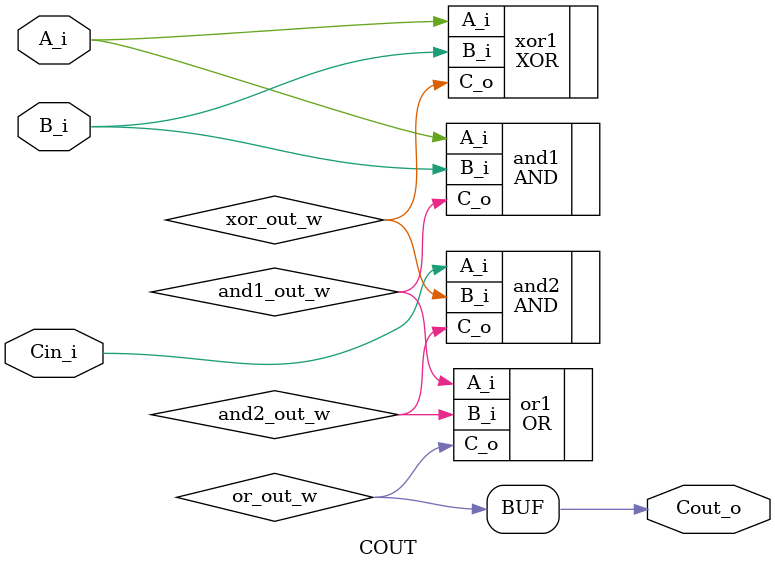
<source format=v>
`timescale 1ns/1ps

module COUT
(
	input wire A_i,
	input wire B_i,
	input wire Cin_i,
	output wire Cout_o
);
	wire and1_out_w, and2_out_w, xor_out_w, or_out_w;
	
	AND and1
	(
	.A_i(A_i),
	.B_i(B_i),
	.C_o(and1_out_w)
	);

	XOR xor1
	(
	.A_i(A_i),
	.B_i(B_i),
	.C_o(xor_out_w)
	);

	AND and2
	(
	.A_i(Cin_i),
	.B_i(xor_out_w),
	.C_o(and2_out_w)
	);

	OR or1
	(
	.A_i(and1_out_w),
	.B_i(and2_out_w),
	.C_o(or_out_w)
	);
	
	assign Cout_o = or_out_w;
		
endmodule
</source>
